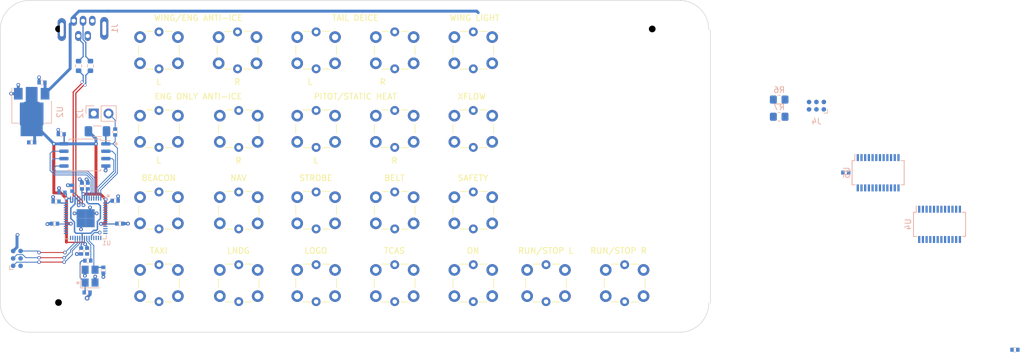
<source format=kicad_pcb>
(kicad_pcb (version 20211014) (generator pcbnew)
  (title_block (date "${DATE}") (rev "${VERSION}"))
  (layers (0 "F.Cu" signal) (31 "B.Cu" signal) (34 "B.Paste" user) (35 "F.Paste" user) (36 "B.SilkS" user "B.Silkscreen") (37 "F.SilkS" user "F.Silkscreen") (38 "B.Mask" user) (39 "F.Mask" user) (44 "Edge.Cuts" user))
  (property "DATE" "")
  (property "VERSION" "")
  (net 0 "")
  (net 1 "GND")
  (net 2 "+5V")
  (net 3 "+3V3")
  (net 4 "+1V1")
  (net 8 "/RP2040/XIN")
  (net 9 "/RP2040/XOUT")
  (net 10 "/RP2040/USB_D-")
  (net 11 "/RP2040/USB_D+")
  (net 12 "/RP2040/~{USB_BOOT}")
  (net 13 "/RP2040/SWD")
  (net 14 "/RP2040/SWCLK")
  (net 15 "/RP2040/~{RST}")
  (net 16 "/LED_LATCH")
  (net 17 "/BRIGHTNESS")
  (net 18 "/LED_CLOCK")
  (net 20 "/LED_DIN")
  (net 21 "/RP2040/QSPI_SS")
  (net 22 "/RP2040/XOUT_R")
  (net 23 "/RP2040/USB_D_R+")
  (net 24 "/RP2040/USB_D_R-")
  (net 25 "/REXT")
  (net 26 "/WING_ENG_L")
  (net 27 "/LED_WING_ENG_L")
  (net 28 "/WING_ENG_R")
  (net 29 "/LED_WING_ENG_R")
  (net 30 "/TAIL_L")
  (net 31 "/LED_TAIL_L")
  (net 32 "/TAIL_R")
  (net 33 "/LED_TAIL_R")
  (net 34 "/WING_LIGHT")
  (net 35 "/LED_WING_LIGHT")
  (net 36 "/ENG_ONLY_L")
  (net 37 "/LED_ENG_ONLY_L")
  (net 38 "/ENG_ONLY_R")
  (net 39 "/LED_ENG_ONLY_R")
  (net 40 "/PITOT_1")
  (net 41 "/LED_PITOT_1")
  (net 42 "/PITOT_2")
  (net 43 "/LED_PITOT_2")
  (net 44 "/XFLOW")
  (net 45 "/LED_XFLOW")
  (net 46 "/BEACON")
  (net 47 "/LED_BEACON")
  (net 48 "/NAV")
  (net 49 "/LED_NAV")
  (net 50 "/STROBE")
  (net 51 "/LED_STROBE")
  (net 52 "/TAXI")
  (net 53 "/LED_TAXI")
  (net 54 "/LNDG")
  (net 55 "/LED_LNDG")
  (net 56 "/LOGO")
  (net 57 "/LED_LOGO")
  (net 58 "/PASS_BELT")
  (net 59 "/LED_PASS_BELT")
  (net 60 "/PASS_SAFETY")
  (net 61 "/LED_PASS_SAFETY")
  (net 62 "/PULSE_TCAS")
  (net 63 "/LED_PULSE_TCAS")
  (net 64 "/PULSE_ON")
  (net 65 "/LED_PULSE_ON")
  (net 66 "/RUN_STOP_L")
  (net 67 "/LED_RUN_STOP_L")
  (net 68 "/RUN_STOP_R")
  (net 69 "/LED_RUN_STOP_R")
  (net 70 "/RP2040/GPIO26")
  (net 71 "/RP2040/GPIO27")
  (net 72 "/RP2040/GPIO28")
  (net 73 "/RP2040/GPIO29")
  (net 74 "/RP2040/QSPI_SD3")
  (net 75 "/RP2040/QSPI_SCLK")
  (net 76 "/RP2040/QSPI_SD0")
  (net 77 "/RP2040/QSPI_SD2")
  (net 78 "/RP2040/QSPI_SD1")
  (net 79 "/DOUT_DIN")
  (footprint "Custom_Footprints:SW_PUSH_LED_THT" (layer "F.Cu") (at 101.214466 56)
    (fp_text reference "SW18" hide)
    (fp_text value "SW_PUSH_LED")
  )
  (footprint "Custom_Footprints:SW_PUSH_LED_THT" (layer "F.Cu") (at 60.916466 42)
    (fp_text reference "SW7" hide)
    (fp_text value "SW_PUSH_LED")
  )
  (footprint "Custom_Footprints:JLCPCB_Tooling_Hole" (layer "F.Cu") (at 30 72)
    (fp_text reference "H6" hide)
    (fp_text value "JLCPCB tooling")
  )
  (footprint "Custom_Footprints:SW_PUSH_LED_THT" (layer "F.Cu") (at 87.714466 42)
    (fp_text reference "SW9" hide)
    (fp_text value "SW_PUSH_LED")
  )
  (footprint "Custom_Footprints:SW_PUSH_LED_THT" (layer "F.Cu") (at 101.214466 42)
    (fp_text reference "SW10" hide)
    (fp_text value "SW_PUSH_LED")
  )
  (footprint "Custom_Footprints:SW_PUSH_LED_THT" (layer "F.Cu") (at 74.214466 68.5)
    (fp_text reference "SW16" hide)
    (fp_text value "SW_PUSH_LED")
  )
  (footprint "Custom_Footprints:SW_PUSH_LED_THT" (layer "F.Cu") (at 101.214466 28.5)
    (fp_text reference "SW5" hide)
    (fp_text value "SW_PUSH_LED")
  )
  (footprint "Custom_Footprints:SW_PUSH_LED_THT" (layer "F.Cu") (at 74.214466 28.5)
    (fp_text reference "SW3" hide)
    (fp_text value "SW_PUSH_LED")
  )
  (footprint "Custom_Footprints:SW_PUSH_LED_THT" (layer "F.Cu") (at 60.916466 68.5)
    (fp_text reference "SW15" hide)
    (fp_text value "SW_PUSH_LED")
  )
  (footprint "MountingHole:MountingHole_3.2mm_M3" (layer "F.Cu") (at 25 72)
    (fp_text reference "H3" hide)
    (fp_text value "Board mount")
  )
  (footprint "Custom_Footprints:SW_PUSH_LED_THT" (layer "F.Cu") (at 60.714466 28.5)
    (fp_text reference "SW22" hide)
    (fp_text value "SW_PUSH_LED")
  )
  (footprint "Custom_Footprints:SW_PUSH_LED_THT" (layer "F.Cu") (at 74.214466 42)
    (fp_text reference "SW8" hide)
    (fp_text value "SW_PUSH_LED")
  )
  (footprint "Custom_Footprints:JLCPCB_Tooling_Hole" (layer "F.Cu") (at 30 25)
    (fp_text reference "H5" hide)
    (fp_text value "JLCPCB tooling")
  )
  (footprint "Custom_Footprints:SW_PUSH_LED_THT" (layer "F.Cu") (at 87.714466 68.5)
    (fp_text reference "SW19" hide)
    (fp_text value "SW_PUSH_LED")
  )
  (footprint "Custom_Footprints:SW_PUSH_LED_THT" (layer "F.Cu") (at 60.916466 56)
    (fp_text reference "SW12" hide)
    (fp_text value "SW_PUSH_LED")
  )
  (footprint "Custom_Footprints:SW_PUSH_LED_THT" (layer "F.Cu") (at 87.714466 56)
    (fp_text reference "SW17" hide)
    (fp_text value "SW_PUSH_LED")
  )
  (footprint "Custom_Footprints:SW_PUSH_LED_THT" (layer "F.Cu") (at 47.214466 68.5)
    (fp_text reference "SW14" hide)
    (fp_text value "SW_PUSH_LED")
  )
  (footprint "MountingHole:MountingHole_3.2mm_M3" (layer "F.Cu") (at 137 25)
    (fp_text reference "H2" hide)
    (fp_text value "Board mount")
  )
  (footprint "Custom_Footprints:SW_PUSH_LED_THT" (layer "F.Cu") (at 113.714466 68.5)
    (fp_text reference "SW21" hide)
    (fp_text value "SW_PUSH_LED")
  )
  (footprint "Custom_Footprints:SW_PUSH_LED_THT" (layer "F.Cu") (at 127.214466 68.5)
    (fp_text reference "SW2" hide)
    (fp_text value "SW_PUSH_LED")
  )
  (footprint "Custom_Footprints:SW_PUSH_LED_THT" (layer "F.Cu") (at 47.214466 28.5)
    (fp_text reference "SW1" hide)
    (fp_text value "SW_PUSH_LED")
  )
  (footprint "MountingHole:MountingHole_3.2mm_M3" (layer "F.Cu") (at 137 72)
    (fp_text reference "H4" hide)
    (fp_text value "Board mount")
  )
  (footprint "Custom_Footprints:JLCPCB_Tooling_Hole" (layer "F.Cu") (at 132 25)
    (fp_text reference "H7" hide)
    (fp_text value "JLCPCB tooling")
  )
  (footprint "Custom_Footprints:SW_PUSH_LED_THT" (layer "F.Cu") (at 101.214466 68.5)
    (fp_text reference "SW20" hide)
    (fp_text value "SW_PUSH_LED")
  )
  (footprint "Custom_Footprints:SW_PUSH_LED_THT" (layer "F.Cu") (at 74.214466 56)
    (fp_text reference "SW13" hide)
    (fp_text value "SW_PUSH_LED")
  )
  (footprint "Custom_Footprints:SW_PUSH_LED_THT" (layer "F.Cu") (at 47.214466 42)
    (fp_text reference "SW6" hide)
    (fp_text value "SW_PUSH_LED")
  )
  (footprint "Custom_Footprints:SW_PUSH_LED_THT" (layer "F.Cu") (at 47.214466 56)
    (fp_text reference "SW11" hide)
    (fp_text value "SW_PUSH_LED")
  )
  (footprint "Custom_Footprints:SW_PUSH_LED_THT" (layer "F.Cu") (at 87.714466 28.5)
    (fp_text reference "SW4" hide)
    (fp_text value "SW_PUSH_LED")
  )
  (footprint "MountingHole:MountingHole_3.2mm_M3" (layer "F.Cu") (at 25 25)
    (fp_text reference "H1" hide)
    (fp_text value "Board mount")
  )
  (footprint "Custom_Footprints:Perfect_0402" (layer "B.Cu") (at 29.326466 58.352 180)
    (fp_text reference "C11" hide)
    (fp_text value "1uF" hide)
  )
  (footprint "Custom_Footprints:Perfect_0402" (layer "B.Cu") (at 35.041466 64.702 180)
    (fp_text reference "R2" hide)
    (fp_text value "1k" hide)
  )
  (footprint "Custom_Footprints:Perfect_0402" (layer "B.Cu") (at 34.914466 63.051 -90)
    (fp_text reference "C12" hide)
    (fp_text value "1uF" hide)
  )
  (footprint "Resistor_SMD:R_0603_1608Metric" (layer "B.Cu") (at 33.452466 31.249022 -90)
    (fp_text reference "R4" hide)
    (fp_text value "27" hide)
  )
  (footprint "Custom_Footprints:Perfect_0402" (layer "B.Cu") (at 39.740466 54.415)
    (fp_text reference "C14" hide)
    (fp_text value "1uF" hide)
  )
  (footprint "Resistor_SMD:R_1206_3216Metric_Pad1.30x1.75mm_HandSolder" (layer "B.Cu") (at 36.692466 42.477)
    (fp_text reference "R5" hide)
    (fp_text value "DNF" hide)
  )
  (footprint "Custom_Footprints:Perfect_0402" (layer "B.Cu") (at 27.167466 34.095 180)
    (fp_text reference "C1")
    (fp_text value "1uF" hide)
  )
  (footprint "Custom_Footprints:Perfect_0402" (layer "B.Cu") (at 30.596466 53.018 180)
    (fp_text reference "C9" hide)
    (fp_text value "1uF" hide)
  )
  (footprint "Custom_Footprints:Perfect_0402" (layer "B.Cu") (at 35.041466 51.875 90)
    (fp_text reference "C6" hide)
    (fp_text value "1uF" hide)
  )
  (footprint "Custom_Footprints:Perfect_0402" (layer "B.Cu") (at 165.26 49.58 180)
    (fp_text reference "C17")
    (fp_text value "1uF" hide)
  )
  (footprint "Crystal:Crystal_SMD_3225-4Pin_3.2x2.5mm" (layer "B.Cu") (at 35.422466 67.369 90)
    (fp_text reference "Y1" hide)
    (fp_text value "X322512MSB4SI" hide)
  )
  (footprint "Connector_PinHeader_2.54mm:PinHeader_1x02_P2.54mm_Vertical" (layer "B.Cu") (at 36.052466 39.429 -90)
    (fp_text reference "J2")
    (fp_text value "Conn_01x02" hide)
  )
  (footprint "Package_SO:SSOP-24_3.9x8.7mm_P0.635mm" (layer "B.Cu") (at 170.81 49.6 -90)
    (fp_text reference "U5")
    (fp_text value "DM13A")
  )
  (footprint "Connector:Tag-Connect_TC2030-IDC-NL_2x03_P1.27mm_Vertical" (layer "B.Cu") (at 160.21 38.08 180)
    (fp_text reference "J4")
    (fp_text value "TC2030-IDC-NL")
  )
  (footprint "Custom_Footprints:Perfect_0402" (layer "B.Cu") (at 29.580466 54.542 180)
    (fp_text reference "C10" hide)
    (fp_text value "1uF" hide)
  )
  (footprint "Custom_Footprints:Perfect_0402" (layer "B.Cu") (at 40.537866 58.3426)
    (fp_text reference "C13" hide)
    (fp_text value "1uF" hide)
  )
  (footprint "Package_TO_SOT_SMD:SOT-223-3_TabPin2" (layer "B.Cu") (at 25.389466 39.175 -90)
    (fp_text reference "U2")
    (fp_text value "AMS1117-3.3")
  )
  (footprint "Custom_Footprints:Perfect_0402" (layer "B.Cu") (at 25.397466 44.382 180)
    (fp_text reference "C2")
    (fp_text value "1uF" hide)
  )
  (footprint "Connector:Tag-Connect_TC2030-IDC-NL_2x03_P1.27mm_Vertical" (layer "B.Cu") (at 22.849466 64.321 90)
    (fp_text reference "J3" hide)
    (fp_text value "RP2040_SWD")
  )
  (footprint "Package_SO:SOIC-8_5.23x5.23mm_P1.27mm" (layer "B.Cu") (at 34.533466 46.541 180)
    (fp_text reference "U3" hide)
    (fp_text value "W25Q128JVS" hide)
  )
  (footprint "Custom_Footprints:QFN56P40_700X700X90L40X18T310N" (layer "B.Cu") (at 34.660466 57.4122 -90)
    (fp_text reference "U1")
    (fp_text value "RP2040")
  )
  (footprint "Custom_Footprints:Perfect_0402" (layer "B.Cu") (at 34.914466 70.163)
    (fp_text reference "C5" hide)
    (fp_text value "10pF" hide)
  )
  (footprint "Custom_Footprints:Perfect_0402" (layer "B.Cu") (at 33.898466 63.051 -90)
    (fp_text reference "C8" hide)
    (fp_text value "1uF" hide)
  )
  (footprint "Resistor_SMD:R_0805_2012Metric_Pad1.20x1.40mm_HandSolder" (layer "B.Cu") (at 153.81 39.98 180)
    (fp_text reference "R7")
    (fp_text value "3k")
  )
  (footprint "Custom_Footprints:Perfect_0402" (layer "B.Cu") (at 37.708466 66.353 -90)
    (fp_text reference "C4" hide)
    (fp_text value "10pF" hide)
  )
  (footprint "Custom_Footprints:USB_B_Mini_Amphenol_UE25BE5510H" (layer "B.Cu") (at 34.214466 24.8 180)
    (fp_text reference "J1")
    (fp_text value "USB_B_Micro" hide)
  )
  (footprint "Package_SO:SSOP-24_3.9x8.7mm_P0.635mm" (layer "B.Cu") (at 181.36 58.47 -90)
    (fp_text reference "U4")
    (fp_text value "DM13A")
  )
  (footprint "Custom_Footprints:Perfect_0402" (layer "B.Cu") (at 194.31 80.01 180)
    (fp_text reference "C16")
    (fp_text value "1uF" hide)
  )
  (footprint "Resistor_SMD:R_0805_2012Metric_Pad1.20x1.40mm_HandSolder" (layer "B.Cu") (at 153.81 37.03 180)
    (fp_text reference "R6")
    (fp_text value "3k")
  )
  (footprint "Resistor_SMD:R_0603_1608Metric" (layer "B.Cu") (at 35.484466 31.249022 -90)
    (fp_text reference "R3" hide)
    (fp_text value "27" hide)
  )
  (footprint "Custom_Footprints:Perfect_0402" (layer "B.Cu") (at 34.025466 51.875 90)
    (fp_text reference "C15" hide)
    (fp_text value "1uF" hide)
  )
  (footprint "Custom_Footprints:Perfect_0402" (layer "B.Cu") (at 39.740466 42.604 90)
    (fp_text reference "R1" hide)
    (fp_text value "1k" hide)
  )
  (footprint "Custom_Footprints:Perfect_0402" (layer "B.Cu") (at 32.374466 52.256 90)
    (fp_text reference "C7" hide)
    (fp_text value "1uF" hide)
  )
  (footprint "Custom_Footprints:Perfect_0402" (layer "B.Cu") (at 30.469466 42.985 180)
    (fp_text reference "C3" hide)
    (fp_text value "1uF" hide)
  )
  (gr_arc (start 141.714466 72) (mid 140.25 75.535534) (end 136.714466 77) (layer "Edge.Cuts") (width 0.1))
  (gr_line locked (start 137 20) (end 25 20) (layer "Edge.Cuts") (width 0.1))
  (gr_arc locked (start 20 25) (mid 21.464466 21.464466) (end 25 20) (layer "Edge.Cuts") (width 0.1))
  (gr_line locked (start 20 25) (end 20 72) (layer "Edge.Cuts") (width 0.1))
  (gr_line locked (start 142 72) (end 142 25) (layer "Edge.Cuts") (width 0.1))
  (gr_line locked (start 25 77) (end 137 77) (layer "Edge.Cuts") (width 0.1))
  (gr_arc (start 136.714466 20) (mid 140.25 21.464466) (end 141.714466 25) (layer "Edge.Cuts") (width 0.1))
  (gr_arc locked (start 25 77) (mid 21.464466 75.535534) (end 20 72) (layer "Edge.Cuts") (width 0.1))
  (gr_text "*" (at 39.613466 44.636 270) (layer "B.SilkS") (effects (font (size 1 1)) (justify mirror)))
  (gr_text "*" (at 33.009466 68.512 270) (layer "B.SilkS") (effects (font (size 1 1)) (justify mirror)))
  (gr_text "TAIL DEICE" (at 81 23) (layer "F.SilkS") (effects (font (size 1 1))))
  (gr_text "BELT" (at 87.714466 50.5) (layer "F.SilkS") (effects (font (size 1 1))))
  (gr_text "XFLOW" (at 101 36.5) (layer "F.SilkS") (effects (font (size 1 1))))
  (gr_text "L" (at 47.214466 34) (layer "F.SilkS") (effects (font (size 1 1))))
  (gr_text "ON" (at 101.214466 63) (layer "F.SilkS") (effects (font (size 1 1))))
  (gr_text "TAXI" (at 47.214466 63) (layer "F.SilkS") (effects (font (size 1 1))))
  (gr_text "LOGO" (at 74.214466 63) (layer "F.SilkS") (effects (font (size 1 1))))
  (gr_text "BEACON" (at 47.214466 50.5) (layer "F.SilkS") (effects (font (size 1 1))))
  (gr_text "L" (at 47.214466 47.5) (layer "F.SilkS") (effects (font (size 1 1))))
  (gr_text "RUN/STOP R" (at 126.214466 63) (layer "F.SilkS") (effects (font (size 1 1))))
  (gr_text "WING LIGHT" (at 101.5 23) (layer "F.SilkS") (effects (font (size 1 1))))
  (gr_text "R" (at 85.714466 34) (layer "F.SilkS") (effects (font (size 1 1))))
  (gr_text "NAV" (at 60.916466 50.5) (layer "F.SilkS") (effects (font (size 1 1))))
  (gr_text "LNDG" (at 60.916466 63) (layer "F.SilkS") (effects (font (size 1 1))))
  (gr_text "RUN/STOP L" (at 113.714466 63) (layer "F.SilkS") (effects (font (size 1 1))))
  (gr_text "PITOT/STATIC HEAT" (at 81 36.5) (layer "F.SilkS") (effects (font (size 1 1))))
  (gr_text "L" (at 73.214466 34) (layer "F.SilkS") (effects (font (size 1 1))))
  (gr_text "ENG ONLY ANTI-ICE" (at 54 36.5) (layer "F.SilkS") (effects (font (size 1 1))))
  (gr_text "WING/ENG ANTI-ICE" (at 54 23) (layer "F.SilkS") (effects (font (size 1 1))))
  (gr_text "R" (at 60.916466 47.5) (layer "F.SilkS") (effects (font (size 1 1))))
  (gr_text "SAFETY" (at 101.214466 50.5) (layer "F.SilkS") (effects (font (size 1 1))))
  (gr_text "TCAS" (at 87.714466 63) (layer "F.SilkS") (effects (font (size 1 1))))
  (gr_text "STROBE" (at 74.214466 50.5) (layer "F.SilkS") (effects (font (size 1 1))))
  (gr_text "L" (at 74.214466 47.5) (layer "F.SilkS") (effects (font (size 1 1))))
  (gr_text "R" (at 87.714466 47.5) (layer "F.SilkS") (effects (font (size 1 1))))
  (gr_text "R" (at 60.714466 34) (layer "F.SilkS") (effects (font (size 1 1))))
  (via (at 33.644466 50.732) (size 0.65) (drill 0.3) (layers "F.Cu" "B.Cu") (net 1))
  (via (at 35.422466 55.558) (size 0.65) (drill 0.3) (layers "F.Cu" "B.Cu") (net 1))
  (via (at 34.914466 71.149) (size 0.8) (drill 0.4) (layers "F.Cu" "B.Cu") (net 1))
  (via (at 32.755466 56.574) (size 0.65) (drill 0.3) (layers "F.Cu" "B.Cu") (net 1))
  (via (at 23.103466 34.476) (size 0.6) (drill 0.35) (layers "F.Cu" "B.Cu") (net 1))
  (via (at 38.089466 49.208) (size 0.65) (drill 0.3) (layers "F.Cu" "B.Cu") (net 1))
  (via (at 36.565466 56.574) (size 0.65) (drill 0.3) (layers "F.Cu" "B.Cu") (net 1))
  (via (at 40.248466 53.653) (size 0.65) (drill 0.3) (layers "F.Cu" "B.Cu") (net 1))
  (via (at 34.821588 50.739378) (size 0.65) (drill 0.3) (layers "F.Cu" "B.Cu") (net 1))
  (via (at 29.961466 42.223) (size 0.6) (drill 0.35) (layers "F.Cu" "B.Cu") (net 1))
  (via (at 26.659466 33.206) (size 0.6) (drill 0.35) (layers "F.Cu" "B.Cu") (net 1))
  (via (at 21.833466 36) (size 0.6) (drill 0.35) (layers "F.Cu" "B.Cu") (net 1))
  (via (at 34.533466 67.294498) (size 0.65) (drill 0.3) (layers "F.Cu" "B.Cu") (net 1))
  (via (at 31.612466 51.748) (size 0.65) (drill 0.3) (layers "F.Cu" "B.Cu") (net 1))
  (via (at 37.073466 59.876) (size 0.6) (drill 0.35) (layers "F.Cu" "B.Cu") (net 1))
  (via (at 22.976466 60.257) (size 0.6) (drill 0.35) (layers "F.Cu" "B.Cu") (net 1))
  (via (at 30.088466 52.256) (size 0.65) (drill 0.3) (layers "F.Cu" "B.Cu") (net 1))
  (via (at 33.144022 63.566556) (size 0.65) (drill 0.3) (layers "F.Cu" "B.Cu") (net 1))
  (via (at 29.072466 53.78) (size 0.65) (drill 0.3) (layers "F.Cu" "B.Cu") (net 1))
  (via (at 41.934866 58.3426) (size 0.65) (drill 0.3) (layers "F.Cu" "B.Cu") (net 1))
  (via (at 28.098978 58.433636) (size 0.65) (drill 0.3) (layers "F.Cu" "B.Cu") (net 1))
  (via (at 33.863053 59.317722) (size 0.65) (drill 0.3) (layers "F.Cu" "B.Cu") (net 1))
  (via (at 36.311466 67.443502) (size 0.65) (drill 0.3) (layers "F.Cu" "B.Cu") (net 1))
  (via (at 37.708466 67.496) (size 0.65) (drill 0.3) (layers "F.Cu" "B.Cu") (net 1))
  (segment (start 29.969466 42.985) (end 29.969466 42.231) (width 0.5) (layer "B.Cu") (net 1))
  (segment (start 35.414466 70.552) (end 34.914466 71.052) (width 0.5) (layer "B.Cu") (net 1))
  (segment (start 35.041466 51.375) (end 35.041466 50.959256) (width 0.5) (layer "B.Cu") (net 1))
  (segment (start 34.572466 67.255498) (end 34.533466 67.294498) (width 0.5) (layer "B.Cu") (net 1))
  (segment (start 28.180614 58.352) (end 28.098978 58.433636) (width 0.5) (layer "B.Cu") (net 1))
  (segment (start 30.096466 53.018) (end 30.096466 52.264) (width 0.5) (layer "B.Cu") (net 1))
  (segment (start 33.885466 56.6372) (end 32.818666 56.6372) (width 0.2) (layer "B.Cu") (net 1))
  (segment (start 35.435466 56.6372) (end 36.502266 56.6372) (width 0.2) (layer "B.Cu") (net 1))
  (segment (start 22.870645 62.394821) (end 22.870645 60.362821) (width 0.5) (layer "B.Cu") (net 1))
  (segment (start 38.133466 48.446) (end 38.133466 49.164) (width 0.5) (layer "B.Cu") (net 1))
  (segment (start 32.374466 51.756) (end 31.620466 51.756) (width 0.5) (layer "B.Cu") (net 1))
  (segment (start 36.178081 59.876) (end 37.073466 59.876) (width 0.2) (layer "B.Cu") (net 1))
  (segment (start 34.025466 51.375) (end 34.025466 51.113) (width 0.5) (layer "B.Cu") (net 1))
  (segment (start 36.272466 68.469) (end 36.272466 67.482502) (width 0.5) (layer "B.Cu") (net 1))
  (segment (start 38.133466 49.164) (end 38.089466 49.208) (width 0.5) (layer "B.Cu") (net 1))
  (segment (start 40.240466 54.415) (end 40.240466 53.661) (width 0.5) (layer "B.Cu") (net 1))
  (segment (start 29.080466 54.542) (end 29.080466 53.788) (width 0.5) (layer "B.Cu") (net 1))
  (segment (start 31.620466 51.756) (end 31.612466 51.748) (width 0.5) (layer "B.Cu") (net 1))
  (segment (start 23.089466 36.025) (end 21.858466 36.025) (width 0.5) (layer "B.Cu") (net 1))
  (segment (start 33.885466 59.295309) (end 33.863053 59.317722) (width 0.2) (layer "B.Cu") (net 1))
  (segment (start 22.870645 60.362821) (end 22.976466 60.257) (width 0.5) (layer "B.Cu") (net 1))
  (segment (start 32.818666 56.6372) (end 32.755466 56.574) (width 0.2) (layer "B.Cu") (net 1))
  (segment (start 35.414466 70.163) (end 35.414466 70.552) (width 0.5) (layer "B.Cu") (net 1))
  (segment (start 30.096466 52.264) (end 30.088466 52.256) (width 0.5) (layer "B.Cu") (net 1))
  (segment (start 37.708466 66.853) (end 37.708466 67.496) (width 0.5) (layer "B.Cu") (net 1))
  (segment (start 21.858466 36.025) (end 21.833466 36) (width 0.5) (layer "B.Cu") (net 1))
  (segment (start 35.435466 55.571) (end 35.422466 55.558) (width 0.2) (layer "B.Cu") (net 1))
  (segment (start 33.159578 63.551) (end 33.144022 63.566556) (width 0.5) (layer "B.Cu") (net 1))
  (segment (start 35.435466 56.6372) (end 35.435466 55.571) (width 0.2) (layer "B.Cu") (net 1))
  (segment (start 35.660466 60.393615) (end 36.178081 59.876) (width 0.2) (layer "B.Cu") (net 1))
  (segment (start 28.826466 58.352) (end 28.180614 58.352) (width 0.5) (layer "B.Cu") (net 1))
  (segment (start 34.572466 66.269) (end 34.572466 67.255498) (width 0.5) (layer "B.Cu") (net 1))
  (segment (start 29.969466 42.231) (end 29.961466 42.223) (width 0.5) (layer "B.Cu") (net 1))
  (segment (start 26.667466 33.214) (end 26.659466 33.206) (width 0.5) (layer "B.Cu") (net 1))
  (segment (start 41.037866 58.3426) (end 41.934866 58.3426) (width 0.5) (layer "B.Cu") (net 1))
  (segment (start 34.914466 71.052) (end 34.914466 71.149) (width 0.5) (layer "B.Cu") (net 1))
  (segment (start 23.089466 36.025) (end 23.089466 34.49) (width 0.5) (layer "B.Cu") (net 1))
  (segment (start 35.041466 50.959256) (end 34.821588 50.739378) (width 0.5) (layer "B.Cu") (net 1))
  (segment (start 33.898466 63.551) (end 33.159578 63.551) (width 0.5) (layer "B.Cu") (net 1))
  (segment (start 40.240466 53.661) (end 40.248466 53.653) (width 0.5) (layer "B.Cu") (net 1))
  (segment (start 29.080466 53.788) (end 29.072466 53.78) (width 0.5) (layer "B.Cu") (net 1))
  (segment (start 26.667466 34.095) (end 26.667466 33.214) (width 0.5) (layer "B.Cu") (net 1))
  (segment (start 36.272466 67.482502) (end 36.311466 67.443502) (width 0.5) (layer "B.Cu") (net 1))
  (segment (start 34.025466 51.113) (end 33.644466 50.732) (width 0.5) (layer "B.Cu") (net 1))
  (segment (start 33.885466 58.1872) (end 33.885466 59.295309) (width 0.2) (layer "B.Cu") (net 1))
  (segment (start 23.089466 34.49) (end 23.103466 34.476) (width 0.5) (layer "B.Cu") (net 1))
  (segment (start 36.502266 56.6372) (end 36.565466 56.574) (width 0.2) (layer "B.Cu") (net 1))
  (segment (start 35.660466 60.7972) (end 35.660466 60.393615) (width 0.2) (layer "B.Cu") (net 1))
  (segment (start 22.214466 63.051) (end 22.870645 62.394821) (width 0.5) (layer "B.Cu") (net 1))
  (segment (start 32.614466 22.75) (end 33.520466 21.844) (width 0.5) (layer "B.Cu") (net 2))
  (segment (start 27.689466 36.025) (end 27.689466 34.117) (width 0.5) (layer "B.Cu") (net 2))
  (segment (start 32.004466 31.71) (end 32.004466 24.11) (width 0.5) (layer "B.Cu") (net 2))
  (segment (start 27.689466 36.025) (end 32.004466 31.71) (width 0.5) (layer "B.Cu") (net 2))
  (segment (start 33.520466 21.844) (end 38.608466 21.844) (width 0.5) (layer "B.Cu") (net 2))
  (segment (start 101.854466 21.844) (end 102.108466 22.098) (width 0.5) (layer "B.Cu") (net 2))
  (segment (start 38.608466 21.844) (end 101.854466 21.844) (width 0.5) (layer "B.Cu") (net 2))
  (segment (start 32.004466 24.11) (end 32.614466 23.5) (width 0.5) (layer "B.Cu") (net 2))
  (segment (start 32.614466 23.5) (end 32.614466 22.75) (width 0.5) (layer "B.Cu") (net 2))
  (segment (start 37.295242 58.376068) (end 38.065398 58.376068) (width 0.5) (layer "F.Cu") (net 3))
  (segment (start 31.389798 61.558332) (end 31.358466 61.527) (width 0.2) (layer "F.Cu") (net 3))
  (segment (start 31.358466 58.352) (end 32.120466 58.352) (width 0.5) (layer "F.Cu") (net 3))
  (segment (start 29.199466 53.055499) (end 29.199466 44.636) (width 0.5) (layer "F.Cu") (net 3))
  (segment (start 38.089466 54.161) (end 37.200466 53.272) (width 0.5) (layer "F.Cu") (net 3))
  (segment (start 30.379965 53.055499) (end 29.199466 53.055499) (width 0.5) (layer "F.Cu") (net 3))
  (segment (start 31.358466 54.034) (end 30.379965 53.055499) (width 0.5) (layer "F.Cu") (net 3))
  (segment (start 37.200466 53.272) (end 36.311466 53.272) (width 0.5) (layer "F.Cu") (net 3))
  (segment (start 36.438466 53.145) (end 36.311466 53.272) (width 0.25) (layer "F.Cu") (net 3))
  (segment (start 36.311466 53.272) (end 34.262446 53.272) (width 0.5) (layer "F.Cu") (net 3))
  (segment (start 34.511758 61.558332) (end 34.607426 61.654) (width 0.2) (layer "F.Cu") (net 3))
  (segment (start 38.089466 58.352) (end 38.089466 54.161) (width 0.5) (layer "F.Cu") (net 3))
  (segment (start 34.262446 53.272) (end 34.260966 53.27052) (width 0.5) (layer "F.Cu") (net 3))
  (segment (start 31.358466 54.034) (end 31.358466 58.352) (width 0.5) (layer "F.Cu") (net 3))
  (segment (start 31.358466 61.527) (end 31.358466 58.352) (width 0.5) (layer "F.Cu") (net 3))
  (segment (start 34.511758 61.558332) (end 31.389798 61.558332) (width 0.2) (layer "F.Cu") (net 3))
  (segment (start 38.065398 58.376068) (end 38.089466 58.352) (width 0.5) (layer "F.Cu") (net 3))
  (segment (start 36.438466 44.636) (end 36.438466 53.145) (width 0.5) (layer "F.Cu") (net 3))
  (via (at 37.295242 58.376068) (size 0.65) (drill 0.3) (layers "F.Cu" "B.Cu") (net 3))
  (via (at 32.120466 58.352) (size 0.65) (drill 0.3) (layers "F.Cu" "B.Cu") (net 3))
  (via (at 34.577806 61.872051) (size 0.65) (drill 0.3) (layers "F.Cu" "B.Cu") (net 3))
  (via (at 29.199466 44.636) (size 0.65) (drill 0.3) (layers "F.Cu" "B.Cu") (net 3))
  (via (at 38.089466 54.161) (size 0.65) (drill 0.3) (layers "F.Cu" "B.Cu") (net 3))
  (via (at 31.358466 54.034) (size 0.65) (drill 0.3) (layers "F.Cu" "B.Cu") (net 3))
  (via (at 36.438466 44.636) (size 0.65) (drill 0.3) (layers "F.Cu" "B.Cu") (net 3))
  (via (at 34.260966 53.27052) (size 0.65) (drill 0.3) (layers "F.Cu" "B.Cu") (net 3))
  (segment (start 30.969466 42.985) (end 30.969466 44.6) (width 0.25) (layer "B.Cu") (net 3))
  (segment (start 38.045466 54.205) (end 38.089466 54.161) (width 0.2) (layer "B.Cu") (net 3))
  (segment (start 36.438466 43.773) (end 36.438466 44.636) (width 0.5) (layer "B.Cu") (net 3))
  (segment (start 31.485466 54.034) (end 31.358466 54.034) (width 0.2) (layer "B.Cu") (net 3))
  (segment (start 34.914466 62.551) (end 34.914466 62.208711) (width 0.2) (layer "B.Cu") (net 3))
  (segment (start 32.060466 54.0272) (end 32.060466 54.609) (width 0.2) (layer "B.Cu") (net 3))
  (segment (start 38.045466 54.8122) (end 38.045466 54.205) (width 0.2) (layer "B.Cu") (net 3))
  (segment (start 34.025466 52.375) (end 34.025466 53.03502) (width 0.2) (layer "B.Cu") (net 3))
  (segment (start 34.460466 61.50704) (end 34.511758 61.558332) (width 0.2) (layer "B.Cu") (net 3))
  (segment (start 38.045466 54.8122) (end 38.581266 54.8122) (width 0.2) (layer "B.Cu") (net 3))
  (segment (start 34.060466 53.364) (end 34.153946 53.27052) (width 0.2) (layer "B.Cu") (net 3))
  (segment (start 29.199466 44.636) (end 30.933466 44.636) (width 0.5) (layer "B.Cu") (net 3))
  (segment (start 37.331374 58.4122) (end 37.295242 58.376068) (width 0.2) (layer "B.Cu") (net 3))
  (segment (start 34.025466 53.03502) (end 34.260966 53.27052) (width 0.2) (layer "B.Cu") (net 3))
  (segment (start 34.460466 53.47002) (end 34.260966 53.27052) (width 0.2) (layer "B.Cu") (net 3))
  (segment (start 35.142466 42.477) (end 36.438466 43.773) (width 0.5) (layer "B.Cu") (net 3))
  (segment (start 34.153946 53.27052) (end 34.260966 53.27052) (width 0.2) (layer "B.Cu") (net 3))
  (segment (start 25.897466 42.833) (end 25.897466 44.382) (width 0.5) (layer "B.Cu") (net 3))
  (segment (start 32.460466 54.583) (end 32.460466 54.0272) (width 0.2) (layer "B.Cu") (net 3))
  (segment (start 31.275466 58.4122) (end 32.060266 58.4122) (width 0.2) (layer "B.Cu") (net 3))
  (segment (start 32.374466 54.669) (end 32.460466 54.583) (width 0.2) (layer "B.Cu") (net 3))
  (segment (start 34.060466 54.0272) (end 34.060466 53.364) (width 0.2) (layer "B.Cu") (net 3))
  (segment (start 30.933466 44.636) (end 36.438466 44.636) (width 0.5) (layer "B.Cu") (net 3))
  (segment (start 34.460466 60.7972) (end 34.460466 61.50704) (width 0.2) (layer "B.Cu") (net 3))
  (segment (start 38.581266 54.8122) (end 38.978466 54.415) (width 0.2) (layer "B.Cu") (net 3))
  (segment (start 32.060466 54.609) (end 32.120466 54.669) (width 0.2) (layer "B.Cu") (net 3))
  (segment (start 38.080866 58.4028) (end 39.977666 58.4028) (width 0.2) (layer "B.Cu") (net 3))
  (segment (start 38.978466 54.415) (end 39.240466 54.415) (width 0.2) (layer "B.Cu") (net 3))
  (segment (start 31.275466 54.8122) (end 30.477666 54.8122) (width 0.2) (layer "B.Cu") (net 3))
  (segment (start 31.358466 54.034) (end 31.358466 53.28) (width 0.2) (layer "B.Cu") (net 3))
  (segment (start 34.460466 54.0272) (end 34.460466 53.47002) (width 0.2) (layer "B.Cu") (net 3))
  (segment (start 31.275466 58.4122) (end 29.886666 58.4122) (width 0.15) (layer "B.Cu") (net 3))
  (segment (start 38.045466 58.4122) (end 37.331374 58.4122) (width 0.2) (layer "B.Cu") (net 3))
  (segment (start 32.120466 54.669) (end 32.374466 54.669) (width 0.2) (layer "B.Cu") (net 3))
  (segment (start 32.060266 58.4122) (end 32.120466 58.352) (width 0.2) (layer "B.Cu") (net 3))
  (segment (start 31.275466 54.8122) (end 31.275466 54.244) (width 0.2) (layer "B.Cu") (net 3))
  (segment (start 34.914466 62.208711) (end 34.577806 61.872051) (width 0.2) (layer "B.Cu") (net 3))
  (segment (start 31.275466 54.244) (end 31.492266 54.0272) (width 0.2) (layer "B.Cu") (net 3))
  (segment (start 31.358466 53.28) (end 31.096466 53.018) (width 0.2) (layer "B.Cu") (net 3))
  (segment (start 26.888466 42.325) (end 29.199466 44.636) (width 0.5) (layer "B.Cu") (net 3))
  (segment (start 30.477666 54.8122) (end 30.080466 54.415) (width 0.2) (layer "B.Cu") (net 3))
  (segment (start 31.492266 54.0272) (end 32.060466 54.0272) (width 0.2) (layer "B.Cu") (net 3))
  (segment (start 33.984976 61.861907) (end 33.898466 61.948416) (width 0.2) (layer "B.Cu") (net 4))
  (segment (start 36.819466 54.923) (end 35.168466 54.923) (width 0.25) (layer "B.Cu") (net 4))
  (segment (start 33.009466 60.003) (end 34.025466 60.003) (width 0.25) (layer "B.Cu") (net 4))
  (segment (start 34.860466 52.556) (end 35.041466 52.375) (width 0.25) (layer "B.Cu") (net 4))
  (segment (start 34.060466 61.481973) (end 33.984977 61.557462) (width 0.2) (layer "B.Cu") (net 4))
  (segment (start 36.692466 59.317532) (end 36.692466 57.971) (width 0.25) (layer "B.Cu") (net 4))
  (segment (start 33.898466 61.948416) (end 33.898466 62.551) (width 0.2) (layer "B.Cu") (net 4))
  (segment (start 32.755466 58.098) (end 32.755466 59.749) (width 0.25) (layer "B.Cu") (net 4))
  (segment (start 34.025466 60.003) (end 34.060466 60.038) (width 0.25) (layer "B.Cu") (net 4))
  (segment (start 32.835955 54.051711) (end 32.835955 54.969511) (width 0.25) (layer "B.Cu") (net 4))
  (segment (start 32.120466 55.685) (end 32.120466 57.463) (width 0.25) (layer "B.Cu") (net 4))
  (segment (start 32.860466 54.0272) (end 32.860466 53.242) (width 0.2) (layer "B.Cu") (net 4))
  (segment (start 34.860466 54.0272) (end 34.860466 52.556) (width 0.25) (layer "B.Cu") (net 4))
  (segment (start 35.521443 60.003) (end 36.022954 59.501489) (width 0.25) (layer "B.Cu") (net 4))
  (segment (start 34.860466 54.615) (end 34.860466 54.0272) (width 0.25) (layer "B.Cu") (net 4))
  (segment (start 37.200466 57.463) (end 37.200466 55.304) (width 0.25) (layer "B.Cu") (net 4))
  (segment (start 32.835955 54.969511) (end 32.120466 55.685) (width 0.25) (layer "B.Cu") (net 4))
  (segment (start 32.120466 57.463) (end 32.755466 58.098) (width 0.25) (layer "B.Cu") (net 4))
  (segment (start 36.022954 59.501489) (end 36.508509 59.501489) (width 0.25) (layer "B.Cu") (net 4))
  (segment (start 33.984977 61.557462) (end 33.984976 61.861907) (width 0.2) (layer "B.Cu") (net 4))
  (segment (start 36.508509 59.501489) (end 36.692466 59.317532) (width 0.25) (layer "B.Cu") (net 4))
  (segment (start 32.755466 59.749) (end 33.009466 60.003) (width 0.25) (layer "B.Cu") (net 4))
  (segment (start 37.200466 55.304) (end 36.819466 54.923) (width 0.25) (layer "B.Cu") (net 4))
  (segment (start 35.168466 54.923) (end 34.860466 54.615) (width 0.25) (layer "B.Cu") (net 4))
  (segment (start 34.060466 60.7972) (end 34.060466 61.481973) (width 0.2) (layer "B.Cu") (net 4))
  (segment (start 34.025466 60.003) (end 35.521443 60.003) (width 0.25) (layer "B.Cu") (net 4))
  (segment (start 36.692466 57.971) (end 37.200466 57.463) (width 0.25) (layer "B.Cu") (net 4))
  (segment (start 32.860466 53.242) (end 32.374466 52.756) (width 0.2) (layer "B.Cu") (net 4))
  (segment (start 34.060466 60.038) (end 34.060466 60.7972) (width 0.25) (layer "B.Cu") (net 4))
  (segment (start 37.708466 65.853) (end 36.688466 65.853) (width 0.2) (layer "B.Cu") (net 8))
  (segment (start 35.260466 60.7972) (end 35.260466 61.315928) (width 0.15) (layer "B.Cu") (net 8))
  (segment (start 35.260466 61.315928) (end 36.065977 62.121439) (width 0.15) (layer "B.Cu") (net 8))
  (segment (start 36.065977 62.121439) (end 36.065977 66.062511) (width 0.15) (layer "B.Cu") (net 8))
  (segment (start 34.041466 64.702) (end 33.722955 65.020511) (width 0.2) (layer "B.Cu") (net 9))
  (segment (start 34.572466 68.469) (end 34.572466 70.005) (width 0.2) (layer "B.Cu") (net 9))
  (segment (start 34.541466 64.702) (end 34.041466 64.702) (width 0.2) (layer "B.Cu") (net 9))
  (segment (start 33.722955 65.020511) (end 33.722955 67.619489) (width 0.2) (layer "B.Cu") (net 9))
  (segment (start 33.722955 67.619489) (end 34.572466 68.469) (width 0.2) (layer "B.Cu") (net 9))
  (segment (start 33.452466 30.424022) (end 34.243465 29.633023) (width 0.2) (layer "B.Cu") (net 10))
  (segment (start 34.243465 29.633023) (end 34.243465 27.396074) (width 0.2) (layer "B.Cu") (net 10))
  (segment (start 33.764955 26.917564) (end 33.764955 26.1) (width 0.2) (layer "B.Cu") (net 10))
  (segment (start 34.243465 27.396074) (end 33.764955 26.917564) (width 0.2) (layer "B.Cu") (net 10))
  (segment (start 34.693467 27.209693) (end 34.214946 26.731172) (width 0.2) (layer "B.Cu") (net 11))
  (segment (start 34.214466 25.781801) (end 34.214466 23.5) (width 0.2) (layer "B.Cu") (net 11))
  (segment (start 34.214946 26.731172) (end 34.214946 25.782281) (width 0.2) (layer "B.Cu") (net 11))
  (segment (start 35.484466 30.424022) (end 34.693467 29.633023) (width 0.2) (layer "B.Cu") (net 11))
  (segment (start 34.693467 29.633023) (end 34.693467 27.209693) (width 0.2) (layer "B.Cu") (net 11))
  (segment (start 34.214946 25.782281) (end 34.214466 25.781801) (width 0.2) (layer "B.Cu") (net 11))
  (segment (start 39.740466 42.104) (end 39.740466 40.577) (width 0.15) (layer "B.Cu") (net 12))
  (segment (start 39.740466 40.577) (end 38.592466 39.429) (width 0.15) (layer "B.Cu") (net 12))
  (segment (start 30.977466 64.956) (end 26.659466 64.956) (width 0.15) (layer "F.Cu") (net 13))
  (via (at 26.659466 64.956) (size 0.6) (drill 0.35) (layers "F.Cu" "B.Cu") (net 13))
  (via (at 30.977466 64.956) (size 0.6) (drill 0.35) (layers "F.Cu" "B.Cu") (net 13))
  (segment (start 33.660466 60.7972) (end 33.660466 61.727475) (width 0.15) (layer "B.Cu") (net 13))
  (segment (start 26.642677 64.972789) (end 26.659466 64.956) (width 0.15) (layer "B.Cu") (net 13))
  (segment (start 32.374466 63.686) (end 31.104466 64.956) (width 0.15) (layer "B.Cu") (net 13))
  (segment (start 31.104466 64.956) (end 30.977466 64.956) (width 0.15) (layer "B.Cu") (net 13))
  (segment (start 22.214466 65.591) (end 22.832677 64.972789) (width 0.15) (layer "B.Cu") (net 13))
  (segment (start 33.660466 61.727475) (end 32.374466 63.013475) (width 0.15) (layer "B.Cu") (net 13))
  (segment (start 22.832677 64.972789) (end 26.642677 64.972789) (width 0.15) (layer "B.Cu") (net 13))
  (segment (start 32.374466 63.013475) (end 32.374466 63.686) (width 0.15) (layer "B.Cu") (net 13))
  (segment (start 30.977466 64.194) (end 26.659466 64.194) (width 0.15) (layer "F.Cu") (net 14))
  (via (at 26.659466 64.194) (size 0.6) (drill 0.35) (layers "F.Cu" "B.Cu") (net 14))
  (via (at 30.977466 64.194) (size 0.6) (drill 0.35) (layers "F.Cu" "B.Cu") (net 14))
  (segment (start 22.866255 63.669211) (end 23.848677 63.669211) (width 0.15) (layer "B.Cu") (net 14))
  (segment (start 32.074955 63.223511) (end 31.104466 64.194) (width 0.15) (layer "B.Cu") (net 14))
  (segment (start 33.260466 60.7972) (end 33.260466 61.703903) (width 0.15) (layer "B.Cu") (net 14))
  (segment (start 23.848677 63.669211) (end 24.373466 64.194) (width 0.15) (layer "B.Cu") (net 14))
  (segment (start 33.260466 61.703903) (end 32.074955 62.889414) (width 0.15) (layer "B.Cu") (net 14))
  (segment (start 24.373466 64.194) (end 26.659466 64.194) (width 0.15) (layer "B.Cu") (net 14))
  (segment (start 32.074955 62.889414) (end 32.074955 63.223511) (width 0.15) (layer "B.Cu") (net 14))
  (segment (start 31.104466 64.194) (end 30.977466 64.194) (width 0.15) (layer "B.Cu") (net 14))
  (segment (start 22.214466 64.321) (end 22.866255 63.669211) (width 0.15) (layer "B.Cu") (net 14))
  (segment (start 31.104466 63.305) (end 26.659466 63.305) (width 0.15) (layer "F.Cu") (net 15))
  (via (at 26.659466 63.305) (size 0.6) (drill 0.35) (layers "F.Cu" "B.Cu") (net 15))
  (via (at 31.104466 63.305) (size 0.6) (drill 0.35) (layers "F.Cu" "B.Cu") (net 15))
  (segment (start 26.405466 63.051) (end 26.659466 63.305) (width 0.15) (layer "B.Cu") (net 15))
  (segment (start 23.484466 63.051) (end 26.405466 63.051) (width 0.15) (layer "B.Cu") (net 15))
  (segment (start 32.860466 61.549) (end 31.104466 63.305) (width 0.15) (layer "B.Cu") (net 15))
  (segment (start 32.860466 60.7972) (end 32.860466 61.549) (width 0.15) (layer "B.Cu") (net 15))
  (segment (start 39.740466 43.104) (end 39.740466 44.255) (width 0.15) (layer "B.Cu") (net 21))
  (segment (start 37.260466 54.0272) (end 37.260466 52.577) (width 0.15) (layer "B.Cu") (net 21))
  (segment (start 39.359466 44.636) (end 38.133466 44.636) (width 0.15) (layer "B.Cu") (net 21))
  (segment (start 37.260466 52.577) (end 40.121466 49.716) (width 0.15) (layer "B.Cu") (net 21))
  (segment (start 40.121466 49.716) (end 40.121466 45.398) (width 0.15) (layer "B.Cu") (net 21))
  (segment (start 39.740466 44.255) (end 39.359466 44.636) (width 0.15) (layer "B.Cu") (net 21))
  (segment (start 40.121466 45.398) (end 39.359466 44.636) (width 0.15) (layer "B.Cu") (net 21))
  (segment (start 38.133466 44.636) (end 38.133466 42.586) (width 0.25) (layer "B.Cu") (net 21))
  (segment (start 34.860466 60.7972) (end 34.860466 61.3395) (width 0.15) (layer "B.Cu") (net 22))
  (segment (start 35.541466 62.0205) (end 35.541466 64.702) (width 0.15) (layer "B.Cu") (net 22))
  (segment (start 34.860466 61.3395) (end 35.541466 62.0205) (width 0.15) (layer "B.Cu") (net 22))
  (segment (start 34.104715 55.002249) (end 34.104715 54.430049) (width 0.2) (layer "F.Cu") (net 23))
  (segment (start 34.343499 34.555166) (end 34.555632 34.555166) (width 0.2) (layer "F.Cu") (net 23))
  (segment (start 32.980466 35.918199) (end 34.343499 34.555166) (width 0.2) (layer "F.Cu") (net 23))
  (segment (start 34.104715 54.430049) (end 32.980466 53.3058) (width 0.2) (layer "F.Cu") (net 23))
  (segment (start 34.279466 55.177) (end 34.104715 55.002249) (width 0.2) (layer "F.Cu") (net 23))
  (segment (start 32.980466 53.3058) (end 32.980466 35.918199) (width 0.2) (layer "F.Cu") (net 23))
  (via (at 34.555632 34.555166) (size 0.5) (drill 0.35) (layers "F.Cu" "B.Cu") (net 23))
  (via (at 34.279466 55.177) (size 0.65) (drill 0.3) (layers "F.Cu" "B.Cu") (net 23))
  (segment (start 33.660466 54.0272) (end 33.660466 54.558) (width 0.2) (layer "B.Cu") (net 23))
  (segment (start 33.660466 54.558) (end 34.279466 55.177) (width 0.2) (layer "B.Cu") (net 23))
  (segment (start 34.555632 34.343033) (end 34.693467 34.205198) (width 0.2) (layer "B.Cu") (net 23))
  (segment (start 34.693467 32.865021) (end 35.484466 32.074022) (width 0.2) (layer "B.Cu") (net 23))
  (segment (start 34.693467 34.205198) (end 34.693467 32.865021) (width 0.2) (layer "B.Cu") (net 23))
  (segment (start 34.555632 34.555166) (end 34.555632 34.343033) (width 0.2) (layer "B.Cu") (net 23))
  (segment (start 33.473481 55.183482) (end 33.654714 55.002249) (width 0.2) (layer "F.Cu") (net 24))
  (segment (start 32.530466 53.4922) (end 32.530466 35.731801) (width 0.2) (layer "F.Cu") (net 24))
  (segment (start 34.0253 34.236967) (end 34.0253 34.024834) (width 0.2) (layer "F.Cu") (net 24))
  (segment (start 33.654714 55.002249) (end 33.654714 54.616448) (width 0.2) (layer "F.Cu") (net 24))
  (segment (start 32.530466 35.731801) (end 34.0253 34.236967) (width 0.2) (layer "F.Cu") (net 24))
  (segment (start 33.654714 54.616448) (end 32.530466 53.4922) (width 0.2) (layer "F.Cu") (net 24))
  (via (at 33.473481 55.183482) (size 0.65) (drill 0.3) (layers "F.Cu" "B.Cu") (net 24))
  (via (at 34.0253 34.024834) (size 0.5) (drill 0.35) (layers "F.Cu" "B.Cu") (net 24))
  (segment (start 33.260466 54.970467) (end 33.473481 55.183482) (width 0.2) (layer "B.Cu") (net 24))
  (segment (start 34.243465 34.018802) (end 34.243465 32.865021) (width 0.2) (layer "B.Cu") (net 24))
  (segment (start 34.237433 34.024834) (end 34.243465 34.018802) (width 0.2) (layer "B.Cu") (net 24))
  (segment (start 34.0253 34.024834) (end 34.237433 34.024834) (width 0.2) (layer "B.Cu") (net 24))
  (segment (start 33.260466 54.0272) (end 33.260466 54.970467) (width 0.2) (layer "B.Cu") (net 24))
  (segment (start 34.243465 32.865021) (end 33.452466 32.074022) (width 0.2) (layer "B.Cu") (net 24))
  (segment (start 28.945466 45.906) (end 30.933466 45.906) (width 0.15) (layer "B.Cu") (net 74))
  (segment (start 29.3043 49.97) (end 28.564466 49.230166) (width 0.15) (layer "B.Cu") (net 74))
  (segment (start 35.615977 52.899511) (end 35.615977 50.756655) (width 0.15) (layer "B.Cu") (net 74))
  (segment (start 35.615977 50.756655) (end 34.829322 49.97) (width 0.15) (layer "B.Cu") (net 74))
  (segment (start 28.564466 46.287) (end 28.945466 45.906) (width 0.15) (layer "B.Cu") (net 74))
  (segment (start 28.564466 49.230166) (end 28.564466 46.287) (width 0.15) (layer "B.Cu") (net 74))
  (segment (start 34.829322 49.97) (end 29.3043 49.97) (width 0.15) (layer "B.Cu") (net 74))
  (segment (start 35.260466 54.0272) (end 35.260466 53.255022) (width 0.15) (layer "B.Cu") (net 74))
  (segment (start 35.260466 53.255022) (end 35.615977 52.899511) (width 0.15) (layer "B.Cu") (net 74))
  (segment (start 34.917405 49.634511) (end 29.392383 49.634511) (width 0.15) (layer "B.Cu") (net 75))
  (segment (start 35.660466 54.0272) (end 35.660466 53.278594) (width 0.15) (layer "B.Cu") (net 75))
  (segment (start 35.915488 53.023572) (end 35.915487 50.632593) (width 0.15) (layer "B.Cu") (net 75))
  (segment (start 29.199466 47.176) (end 30.933466 47.176) (width 0.15) (layer "B.Cu") (net 75))
  (segment (start 29.392383 49.634511) (end 28.909488 49.151616) (width 0.15) (layer "B.Cu") (net 75))
  (segment (start 28.909488 47.465978) (end 29.199466 47.176) (width 0.15) (layer "B.Cu") (net 75))
  (segment (start 28.909488 49.151616) (end 28.909488 47.465978) (width 0.15) (layer "B.Cu") (net 75))
  (segment (start 35.915487 50.632593) (end 34.917405 49.634511) (width 0.15) (layer "B.Cu") (net 75))
  (segment (start 35.660466 53.278594) (end 35.915488 53.023572) (width 0.15) (layer "B.Cu") (net 75))
  (segment (start 35.041466 49.335) (end 29.580466 49.335) (width 0.15) (layer "B.Cu") (net 76))
  (segment (start 29.580466 49.335) (end 29.326466 49.081) (width 0.15) (layer "B.Cu") (net 76))
  (segment (start 36.060466 53.302166) (end 36.214999 53.147633) (width 0.15) (layer "B.Cu") (net 76))
  (segment (start 29.326466 49.081) (end 29.326466 48.7) (width 0.15) (layer "B.Cu") (net 76))
  (segment (start 29.580466 48.446) (end 30.933466 48.446) (width 0.15) (layer "B.Cu") (net 76))
  (segment (start 29.326466 48.7) (end 29.580466 48.446) (width 0.15) (layer "B.Cu") (net 76))
  (segment (start 36.060466 54.0272) (end 36.060466 53.302166) (width 0.15) (layer "B.Cu") (net 76))
  (segment (start 36.214999 53.147633) (end 36.214999 50.508533) (width 0.15) (layer "B.Cu") (net 76))
  (segment (start 36.214999 50.508533) (end 35.041466 49.335) (width 0.15) (layer "B.Cu") (net 76))
  (segment (start 39.232466 47.176) (end 38.133466 47.176) (width 0.15) (layer "B.Cu") (net 77))
  (segment (start 36.51451 53.973156) (end 36.51451 52.306956) (width 0.15) (layer "B.Cu") (net 77))
  (segment (start 36.51451 52.306956) (end 39.486466 49.335) (width 0.15) (layer "B.Cu") (net 77))
  (segment (start 36.460466 54.0272) (end 36.51451 53.973156) (width 0.15) (layer "B.Cu") (net 77))
  (segment (start 39.486466 49.335) (end 39.486466 47.43) (width 0.15) (layer "B.Cu") (net 77))
  (segment (start 39.486466 47.43) (end 39.232466 47.176) (width 0.15) (layer "B.Cu") (net 77))
  (segment (start 36.864977 52.464489) (end 39.785986 49.54348) (width 0.15) (layer "B.Cu") (net 78))
  (segment (start 39.785986 49.54348) (end 39.785986 46.45952) (width 0.15) (layer "B.Cu") (net 78))
  (segment (start 39.785986 46.45952) (end 39.232466 45.906) (width 0.15) (layer "B.Cu") (net 78))
  (segment (start 39.232466 45.906) (end 38.133466 45.906) (width 0.15) (layer "B.Cu") (net 78))
  (segment (start 36.864977 54.022689) (end 36.864977 52.464489) (width 0.15) (layer "B.Cu") (net 78))
  (zone (net 3) (net_name "+3V3") (layer "B.Cu") (priority 1) (connect_pads yes (clearance 0.508)) (min_thickness 0.254) (fill yes (thermal_gap 0.508) (thermal_bridge_width 0.508))
    (polygon (pts (xy 24.373466 37.397) (xy 24.373466 34.857) (xy 26.405466 34.857) (xy 26.405466 37.397) (xy 27.421466 37.397) (xy 27.421466 41.461) (xy 23.357466 41.461) (xy 23.357466 37.397)))
  )
)
</source>
